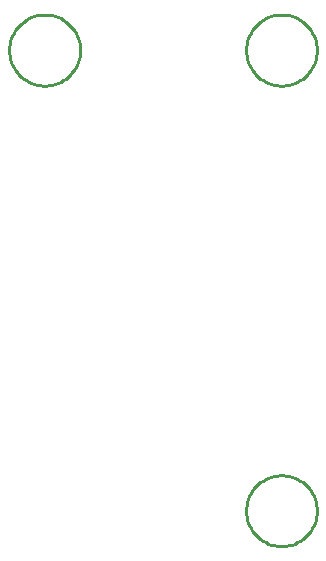
<source format=gko>
G04*
G04 #@! TF.GenerationSoftware,Altium Limited,Altium Designer,21.3.1 (25)*
G04*
G04 Layer_Color=16711935*
%FSLAX44Y44*%
%MOMM*%
G71*
G04*
G04 #@! TF.SameCoordinates,1899EECA-0796-468C-8384-63A2F62C21E4*
G04*
G04*
G04 #@! TF.FilePolarity,Positive*
G04*
G01*
G75*
%ADD10C,0.2540*%
D10*
X59500Y420000D02*
X59392Y422544D01*
X59068Y425070D01*
X58532Y427559D01*
X57786Y429994D01*
X56837Y432357D01*
X55690Y434631D01*
X54355Y436799D01*
X52841Y438847D01*
X51159Y440758D01*
X49320Y442520D01*
X47339Y444120D01*
X45229Y445546D01*
X43006Y446788D01*
X40686Y447837D01*
X38285Y448685D01*
X35820Y449327D01*
X33310Y449757D01*
X30773Y449973D01*
X28227D01*
X25689Y449757D01*
X23180Y449327D01*
X20715Y448685D01*
X18314Y447837D01*
X15994Y446788D01*
X13771Y445546D01*
X11661Y444120D01*
X9680Y442520D01*
X7841Y440758D01*
X6159Y438847D01*
X4645Y436799D01*
X3309Y434631D01*
X2163Y432357D01*
X1214Y429994D01*
X468Y427559D01*
X-69Y425070D01*
X-392Y422544D01*
X-500Y420000D01*
X-392Y417456D01*
X-69Y414930D01*
X468Y412441D01*
X1214Y410006D01*
X2163Y407643D01*
X3310Y405369D01*
X4645Y403201D01*
X6159Y401153D01*
X7841Y399242D01*
X9680Y397480D01*
X11661Y395880D01*
X13771Y394454D01*
X15994Y393212D01*
X18314Y392163D01*
X20715Y391315D01*
X23180Y390673D01*
X25689Y390243D01*
X28227Y390027D01*
X30773D01*
X33311Y390243D01*
X35820Y390673D01*
X38285Y391315D01*
X40686Y392163D01*
X43006Y393212D01*
X45229Y394454D01*
X47339Y395880D01*
X49320Y397480D01*
X51159Y399242D01*
X52841Y401153D01*
X54355Y403201D01*
X55690Y405369D01*
X56837Y407643D01*
X57786Y410006D01*
X58532Y412441D01*
X59068Y414930D01*
X59392Y417456D01*
X59500Y420000D01*
X260000D02*
X259892Y422544D01*
X259569Y425070D01*
X259032Y427559D01*
X258286Y429994D01*
X257337Y432357D01*
X256190Y434631D01*
X254855Y436799D01*
X253341Y438847D01*
X251659Y440758D01*
X249820Y442520D01*
X247839Y444120D01*
X245729Y445546D01*
X243506Y446788D01*
X241186Y447837D01*
X238785Y448685D01*
X236320Y449327D01*
X233811Y449757D01*
X231273Y449973D01*
X228727D01*
X226189Y449757D01*
X223680Y449327D01*
X221215Y448685D01*
X218814Y447837D01*
X216494Y446788D01*
X214271Y445546D01*
X212161Y444120D01*
X210180Y442520D01*
X208341Y440758D01*
X206659Y438847D01*
X205145Y436799D01*
X203810Y434631D01*
X202663Y432357D01*
X201714Y429994D01*
X200968Y427559D01*
X200431Y425070D01*
X200108Y422544D01*
X200000Y420000D01*
X200108Y417456D01*
X200431Y414930D01*
X200968Y412441D01*
X201714Y410006D01*
X202663Y407643D01*
X203810Y405369D01*
X205145Y403201D01*
X206659Y401153D01*
X208341Y399242D01*
X210180Y397480D01*
X212161Y395880D01*
X214271Y394454D01*
X216494Y393212D01*
X218814Y392163D01*
X221215Y391315D01*
X223680Y390673D01*
X226189Y390243D01*
X228727Y390027D01*
X231273D01*
X233811Y390243D01*
X236320Y390673D01*
X238785Y391315D01*
X241186Y392163D01*
X243506Y393212D01*
X245729Y394454D01*
X247839Y395880D01*
X249820Y397480D01*
X251659Y399242D01*
X253341Y401153D01*
X254855Y403201D01*
X256190Y405369D01*
X257337Y407643D01*
X258286Y410006D01*
X259032Y412441D01*
X259569Y414930D01*
X259892Y417456D01*
X260000Y420000D01*
Y30000D02*
X259892Y32544D01*
X259569Y35070D01*
X259032Y37559D01*
X258286Y39994D01*
X257337Y42357D01*
X256190Y44631D01*
X254855Y46799D01*
X253341Y48847D01*
X251659Y50758D01*
X249820Y52520D01*
X247839Y54120D01*
X245729Y55546D01*
X243506Y56788D01*
X241186Y57837D01*
X238785Y58685D01*
X236320Y59327D01*
X233811Y59757D01*
X231273Y59973D01*
X228727D01*
X226189Y59757D01*
X223680Y59327D01*
X221215Y58685D01*
X218814Y57837D01*
X216494Y56788D01*
X214271Y55546D01*
X212161Y54120D01*
X210180Y52520D01*
X208341Y50758D01*
X206659Y48847D01*
X205145Y46799D01*
X203810Y44631D01*
X202663Y42357D01*
X201714Y39994D01*
X200968Y37559D01*
X200431Y35070D01*
X200108Y32544D01*
X200000Y30000D01*
X200108Y27456D01*
X200431Y24930D01*
X200968Y22441D01*
X201714Y20006D01*
X202663Y17643D01*
X203810Y15369D01*
X205145Y13201D01*
X206659Y11153D01*
X208341Y9242D01*
X210180Y7480D01*
X212161Y5880D01*
X214271Y4454D01*
X216494Y3212D01*
X218814Y2163D01*
X221215Y1315D01*
X223680Y673D01*
X226189Y243D01*
X228727Y27D01*
X231273D01*
X233811Y243D01*
X236320Y673D01*
X238785Y1315D01*
X241186Y2163D01*
X243506Y3212D01*
X245729Y4454D01*
X247839Y5880D01*
X249820Y7480D01*
X251659Y9242D01*
X253341Y11154D01*
X254855Y13201D01*
X256190Y15369D01*
X257337Y17643D01*
X258286Y20006D01*
X259032Y22441D01*
X259569Y24930D01*
X259892Y27456D01*
X260000Y30000D01*
M02*

</source>
